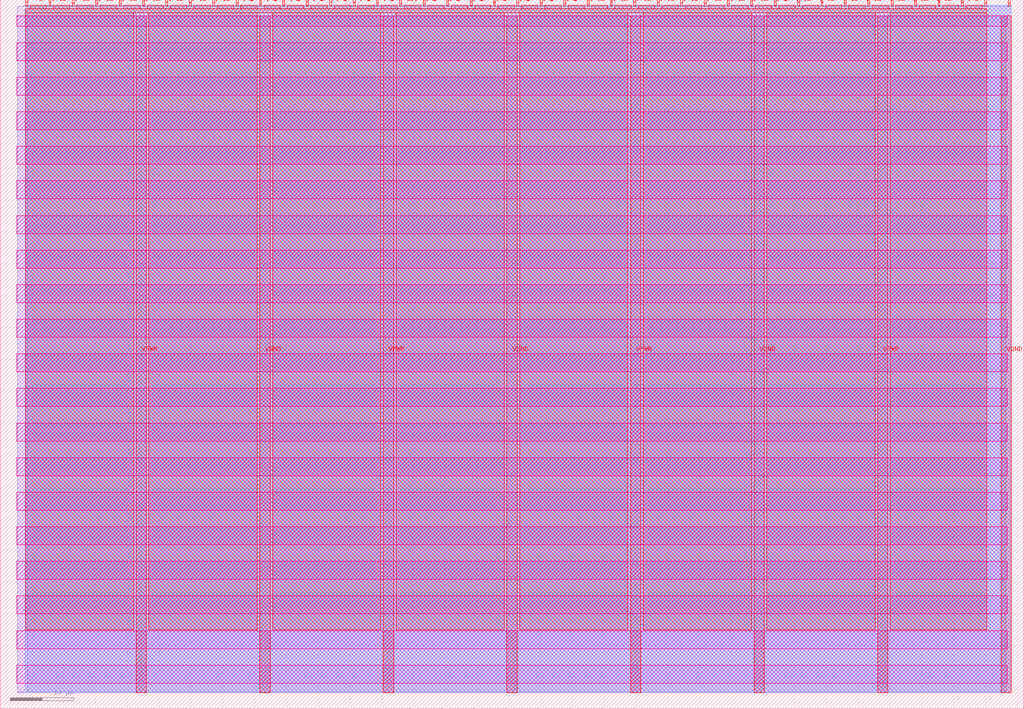
<source format=lef>
VERSION 5.7 ;
  NOWIREEXTENSIONATPIN ON ;
  DIVIDERCHAR "/" ;
  BUSBITCHARS "[]" ;
MACRO tt_um_8bit_cpu
  CLASS BLOCK ;
  FOREIGN tt_um_8bit_cpu ;
  ORIGIN 0.000 0.000 ;
  SIZE 161.000 BY 111.520 ;
  PIN VGND
    DIRECTION INOUT ;
    USE GROUND ;
    PORT
      LAYER met4 ;
        RECT 40.830 2.480 42.430 109.040 ;
    END
    PORT
      LAYER met4 ;
        RECT 79.700 2.480 81.300 109.040 ;
    END
    PORT
      LAYER met4 ;
        RECT 118.570 2.480 120.170 109.040 ;
    END
    PORT
      LAYER met4 ;
        RECT 157.440 2.480 159.040 109.040 ;
    END
  END VGND
  PIN VPWR
    DIRECTION INOUT ;
    USE POWER ;
    PORT
      LAYER met4 ;
        RECT 21.395 2.480 22.995 109.040 ;
    END
    PORT
      LAYER met4 ;
        RECT 60.265 2.480 61.865 109.040 ;
    END
    PORT
      LAYER met4 ;
        RECT 99.135 2.480 100.735 109.040 ;
    END
    PORT
      LAYER met4 ;
        RECT 138.005 2.480 139.605 109.040 ;
    END
  END VPWR
  PIN clk
    DIRECTION INPUT ;
    USE SIGNAL ;
    ANTENNAGATEAREA 0.852000 ;
    PORT
      LAYER met4 ;
        RECT 154.870 110.520 155.170 111.520 ;
    END
  END clk
  PIN ena
    DIRECTION INPUT ;
    USE SIGNAL ;
    PORT
      LAYER met4 ;
        RECT 158.550 110.520 158.850 111.520 ;
    END
  END ena
  PIN rst_n
    DIRECTION INPUT ;
    USE SIGNAL ;
    ANTENNAGATEAREA 0.196500 ;
    PORT
      LAYER met4 ;
        RECT 151.190 110.520 151.490 111.520 ;
    END
  END rst_n
  PIN ui_in[0]
    DIRECTION INPUT ;
    USE SIGNAL ;
    ANTENNAGATEAREA 0.196500 ;
    PORT
      LAYER met4 ;
        RECT 147.510 110.520 147.810 111.520 ;
    END
  END ui_in[0]
  PIN ui_in[1]
    DIRECTION INPUT ;
    USE SIGNAL ;
    ANTENNAGATEAREA 0.196500 ;
    PORT
      LAYER met4 ;
        RECT 143.830 110.520 144.130 111.520 ;
    END
  END ui_in[1]
  PIN ui_in[2]
    DIRECTION INPUT ;
    USE SIGNAL ;
    ANTENNAGATEAREA 0.196500 ;
    PORT
      LAYER met4 ;
        RECT 140.150 110.520 140.450 111.520 ;
    END
  END ui_in[2]
  PIN ui_in[3]
    DIRECTION INPUT ;
    USE SIGNAL ;
    ANTENNAGATEAREA 0.196500 ;
    PORT
      LAYER met4 ;
        RECT 136.470 110.520 136.770 111.520 ;
    END
  END ui_in[3]
  PIN ui_in[4]
    DIRECTION INPUT ;
    USE SIGNAL ;
    ANTENNAGATEAREA 0.213000 ;
    PORT
      LAYER met4 ;
        RECT 132.790 110.520 133.090 111.520 ;
    END
  END ui_in[4]
  PIN ui_in[5]
    DIRECTION INPUT ;
    USE SIGNAL ;
    ANTENNAGATEAREA 0.196500 ;
    PORT
      LAYER met4 ;
        RECT 129.110 110.520 129.410 111.520 ;
    END
  END ui_in[5]
  PIN ui_in[6]
    DIRECTION INPUT ;
    USE SIGNAL ;
    ANTENNAGATEAREA 0.159000 ;
    PORT
      LAYER met4 ;
        RECT 125.430 110.520 125.730 111.520 ;
    END
  END ui_in[6]
  PIN ui_in[7]
    DIRECTION INPUT ;
    USE SIGNAL ;
    ANTENNAGATEAREA 0.213000 ;
    PORT
      LAYER met4 ;
        RECT 121.750 110.520 122.050 111.520 ;
    END
  END ui_in[7]
  PIN uio_in[0]
    DIRECTION INPUT ;
    USE SIGNAL ;
    ANTENNAGATEAREA 0.126000 ;
    PORT
      LAYER met4 ;
        RECT 118.070 110.520 118.370 111.520 ;
    END
  END uio_in[0]
  PIN uio_in[1]
    DIRECTION INPUT ;
    USE SIGNAL ;
    ANTENNAGATEAREA 0.159000 ;
    PORT
      LAYER met4 ;
        RECT 114.390 110.520 114.690 111.520 ;
    END
  END uio_in[1]
  PIN uio_in[2]
    DIRECTION INPUT ;
    USE SIGNAL ;
    ANTENNAGATEAREA 0.126000 ;
    PORT
      LAYER met4 ;
        RECT 110.710 110.520 111.010 111.520 ;
    END
  END uio_in[2]
  PIN uio_in[3]
    DIRECTION INPUT ;
    USE SIGNAL ;
    ANTENNAGATEAREA 0.196500 ;
    PORT
      LAYER met4 ;
        RECT 107.030 110.520 107.330 111.520 ;
    END
  END uio_in[3]
  PIN uio_in[4]
    DIRECTION INPUT ;
    USE SIGNAL ;
    ANTENNAGATEAREA 0.213000 ;
    PORT
      LAYER met4 ;
        RECT 103.350 110.520 103.650 111.520 ;
    END
  END uio_in[4]
  PIN uio_in[5]
    DIRECTION INPUT ;
    USE SIGNAL ;
    ANTENNAGATEAREA 0.159000 ;
    PORT
      LAYER met4 ;
        RECT 99.670 110.520 99.970 111.520 ;
    END
  END uio_in[5]
  PIN uio_in[6]
    DIRECTION INPUT ;
    USE SIGNAL ;
    ANTENNAGATEAREA 0.213000 ;
    PORT
      LAYER met4 ;
        RECT 95.990 110.520 96.290 111.520 ;
    END
  END uio_in[6]
  PIN uio_in[7]
    DIRECTION INPUT ;
    USE SIGNAL ;
    ANTENNAGATEAREA 0.213000 ;
    PORT
      LAYER met4 ;
        RECT 92.310 110.520 92.610 111.520 ;
    END
  END uio_in[7]
  PIN uio_oe[0]
    DIRECTION OUTPUT TRISTATE ;
    USE SIGNAL ;
    PORT
      LAYER met4 ;
        RECT 29.750 110.520 30.050 111.520 ;
    END
  END uio_oe[0]
  PIN uio_oe[1]
    DIRECTION OUTPUT TRISTATE ;
    USE SIGNAL ;
    PORT
      LAYER met4 ;
        RECT 26.070 110.520 26.370 111.520 ;
    END
  END uio_oe[1]
  PIN uio_oe[2]
    DIRECTION OUTPUT TRISTATE ;
    USE SIGNAL ;
    PORT
      LAYER met4 ;
        RECT 22.390 110.520 22.690 111.520 ;
    END
  END uio_oe[2]
  PIN uio_oe[3]
    DIRECTION OUTPUT TRISTATE ;
    USE SIGNAL ;
    PORT
      LAYER met4 ;
        RECT 18.710 110.520 19.010 111.520 ;
    END
  END uio_oe[3]
  PIN uio_oe[4]
    DIRECTION OUTPUT TRISTATE ;
    USE SIGNAL ;
    PORT
      LAYER met4 ;
        RECT 15.030 110.520 15.330 111.520 ;
    END
  END uio_oe[4]
  PIN uio_oe[5]
    DIRECTION OUTPUT TRISTATE ;
    USE SIGNAL ;
    PORT
      LAYER met4 ;
        RECT 11.350 110.520 11.650 111.520 ;
    END
  END uio_oe[5]
  PIN uio_oe[6]
    DIRECTION OUTPUT TRISTATE ;
    USE SIGNAL ;
    PORT
      LAYER met4 ;
        RECT 7.670 110.520 7.970 111.520 ;
    END
  END uio_oe[6]
  PIN uio_oe[7]
    DIRECTION OUTPUT TRISTATE ;
    USE SIGNAL ;
    PORT
      LAYER met4 ;
        RECT 3.990 110.520 4.290 111.520 ;
    END
  END uio_oe[7]
  PIN uio_out[0]
    DIRECTION OUTPUT TRISTATE ;
    USE SIGNAL ;
    PORT
      LAYER met4 ;
        RECT 59.190 110.520 59.490 111.520 ;
    END
  END uio_out[0]
  PIN uio_out[1]
    DIRECTION OUTPUT TRISTATE ;
    USE SIGNAL ;
    PORT
      LAYER met4 ;
        RECT 55.510 110.520 55.810 111.520 ;
    END
  END uio_out[1]
  PIN uio_out[2]
    DIRECTION OUTPUT TRISTATE ;
    USE SIGNAL ;
    PORT
      LAYER met4 ;
        RECT 51.830 110.520 52.130 111.520 ;
    END
  END uio_out[2]
  PIN uio_out[3]
    DIRECTION OUTPUT TRISTATE ;
    USE SIGNAL ;
    PORT
      LAYER met4 ;
        RECT 48.150 110.520 48.450 111.520 ;
    END
  END uio_out[3]
  PIN uio_out[4]
    DIRECTION OUTPUT TRISTATE ;
    USE SIGNAL ;
    PORT
      LAYER met4 ;
        RECT 44.470 110.520 44.770 111.520 ;
    END
  END uio_out[4]
  PIN uio_out[5]
    DIRECTION OUTPUT TRISTATE ;
    USE SIGNAL ;
    PORT
      LAYER met4 ;
        RECT 40.790 110.520 41.090 111.520 ;
    END
  END uio_out[5]
  PIN uio_out[6]
    DIRECTION OUTPUT TRISTATE ;
    USE SIGNAL ;
    PORT
      LAYER met4 ;
        RECT 37.110 110.520 37.410 111.520 ;
    END
  END uio_out[6]
  PIN uio_out[7]
    DIRECTION OUTPUT TRISTATE ;
    USE SIGNAL ;
    PORT
      LAYER met4 ;
        RECT 33.430 110.520 33.730 111.520 ;
    END
  END uio_out[7]
  PIN uo_out[0]
    DIRECTION OUTPUT TRISTATE ;
    USE SIGNAL ;
    ANTENNAGATEAREA 0.126000 ;
    ANTENNADIFFAREA 0.891000 ;
    PORT
      LAYER met4 ;
        RECT 88.630 110.520 88.930 111.520 ;
    END
  END uo_out[0]
  PIN uo_out[1]
    DIRECTION OUTPUT TRISTATE ;
    USE SIGNAL ;
    ANTENNAGATEAREA 0.247500 ;
    ANTENNADIFFAREA 0.891000 ;
    PORT
      LAYER met4 ;
        RECT 84.950 110.520 85.250 111.520 ;
    END
  END uo_out[1]
  PIN uo_out[2]
    DIRECTION OUTPUT TRISTATE ;
    USE SIGNAL ;
    ANTENNAGATEAREA 0.247500 ;
    ANTENNADIFFAREA 0.891000 ;
    PORT
      LAYER met4 ;
        RECT 81.270 110.520 81.570 111.520 ;
    END
  END uo_out[2]
  PIN uo_out[3]
    DIRECTION OUTPUT TRISTATE ;
    USE SIGNAL ;
    ANTENNAGATEAREA 0.247500 ;
    ANTENNADIFFAREA 0.891000 ;
    PORT
      LAYER met4 ;
        RECT 77.590 110.520 77.890 111.520 ;
    END
  END uo_out[3]
  PIN uo_out[4]
    DIRECTION OUTPUT TRISTATE ;
    USE SIGNAL ;
    ANTENNAGATEAREA 0.247500 ;
    ANTENNADIFFAREA 0.891000 ;
    PORT
      LAYER met4 ;
        RECT 73.910 110.520 74.210 111.520 ;
    END
  END uo_out[4]
  PIN uo_out[5]
    DIRECTION OUTPUT TRISTATE ;
    USE SIGNAL ;
    ANTENNAGATEAREA 0.247500 ;
    ANTENNADIFFAREA 0.891000 ;
    PORT
      LAYER met4 ;
        RECT 70.230 110.520 70.530 111.520 ;
    END
  END uo_out[5]
  PIN uo_out[6]
    DIRECTION OUTPUT TRISTATE ;
    USE SIGNAL ;
    ANTENNAGATEAREA 0.247500 ;
    ANTENNADIFFAREA 0.891000 ;
    PORT
      LAYER met4 ;
        RECT 66.550 110.520 66.850 111.520 ;
    END
  END uo_out[6]
  PIN uo_out[7]
    DIRECTION OUTPUT TRISTATE ;
    USE SIGNAL ;
    ANTENNAGATEAREA 0.247500 ;
    ANTENNADIFFAREA 0.891000 ;
    PORT
      LAYER met4 ;
        RECT 62.870 110.520 63.170 111.520 ;
    END
  END uo_out[7]
  OBS
      LAYER nwell ;
        RECT 2.570 107.385 158.430 108.990 ;
        RECT 2.570 101.945 158.430 104.775 ;
        RECT 2.570 96.505 158.430 99.335 ;
        RECT 2.570 91.065 158.430 93.895 ;
        RECT 2.570 85.625 158.430 88.455 ;
        RECT 2.570 80.185 158.430 83.015 ;
        RECT 2.570 74.745 158.430 77.575 ;
        RECT 2.570 69.305 158.430 72.135 ;
        RECT 2.570 63.865 158.430 66.695 ;
        RECT 2.570 58.425 158.430 61.255 ;
        RECT 2.570 52.985 158.430 55.815 ;
        RECT 2.570 47.545 158.430 50.375 ;
        RECT 2.570 42.105 158.430 44.935 ;
        RECT 2.570 36.665 158.430 39.495 ;
        RECT 2.570 31.225 158.430 34.055 ;
        RECT 2.570 25.785 158.430 28.615 ;
        RECT 2.570 20.345 158.430 23.175 ;
        RECT 2.570 14.905 158.430 17.735 ;
        RECT 2.570 9.465 158.430 12.295 ;
        RECT 2.570 4.025 158.430 6.855 ;
      LAYER li1 ;
        RECT 2.760 2.635 158.240 108.885 ;
      LAYER met1 ;
        RECT 2.760 2.480 159.040 110.460 ;
      LAYER met2 ;
        RECT 4.230 2.535 159.010 110.685 ;
      LAYER met3 ;
        RECT 3.950 2.555 159.030 110.665 ;
      LAYER met4 ;
        RECT 4.690 110.120 7.270 110.665 ;
        RECT 8.370 110.120 10.950 110.665 ;
        RECT 12.050 110.120 14.630 110.665 ;
        RECT 15.730 110.120 18.310 110.665 ;
        RECT 19.410 110.120 21.990 110.665 ;
        RECT 23.090 110.120 25.670 110.665 ;
        RECT 26.770 110.120 29.350 110.665 ;
        RECT 30.450 110.120 33.030 110.665 ;
        RECT 34.130 110.120 36.710 110.665 ;
        RECT 37.810 110.120 40.390 110.665 ;
        RECT 41.490 110.120 44.070 110.665 ;
        RECT 45.170 110.120 47.750 110.665 ;
        RECT 48.850 110.120 51.430 110.665 ;
        RECT 52.530 110.120 55.110 110.665 ;
        RECT 56.210 110.120 58.790 110.665 ;
        RECT 59.890 110.120 62.470 110.665 ;
        RECT 63.570 110.120 66.150 110.665 ;
        RECT 67.250 110.120 69.830 110.665 ;
        RECT 70.930 110.120 73.510 110.665 ;
        RECT 74.610 110.120 77.190 110.665 ;
        RECT 78.290 110.120 80.870 110.665 ;
        RECT 81.970 110.120 84.550 110.665 ;
        RECT 85.650 110.120 88.230 110.665 ;
        RECT 89.330 110.120 91.910 110.665 ;
        RECT 93.010 110.120 95.590 110.665 ;
        RECT 96.690 110.120 99.270 110.665 ;
        RECT 100.370 110.120 102.950 110.665 ;
        RECT 104.050 110.120 106.630 110.665 ;
        RECT 107.730 110.120 110.310 110.665 ;
        RECT 111.410 110.120 113.990 110.665 ;
        RECT 115.090 110.120 117.670 110.665 ;
        RECT 118.770 110.120 121.350 110.665 ;
        RECT 122.450 110.120 125.030 110.665 ;
        RECT 126.130 110.120 128.710 110.665 ;
        RECT 129.810 110.120 132.390 110.665 ;
        RECT 133.490 110.120 136.070 110.665 ;
        RECT 137.170 110.120 139.750 110.665 ;
        RECT 140.850 110.120 143.430 110.665 ;
        RECT 144.530 110.120 147.110 110.665 ;
        RECT 148.210 110.120 150.790 110.665 ;
        RECT 151.890 110.120 154.470 110.665 ;
        RECT 3.975 109.440 155.185 110.120 ;
        RECT 3.975 12.415 20.995 109.440 ;
        RECT 23.395 12.415 40.430 109.440 ;
        RECT 42.830 12.415 59.865 109.440 ;
        RECT 62.265 12.415 79.300 109.440 ;
        RECT 81.700 12.415 98.735 109.440 ;
        RECT 101.135 12.415 118.170 109.440 ;
        RECT 120.570 12.415 137.605 109.440 ;
        RECT 140.005 12.415 155.185 109.440 ;
  END
END tt_um_8bit_cpu
END LIBRARY


</source>
